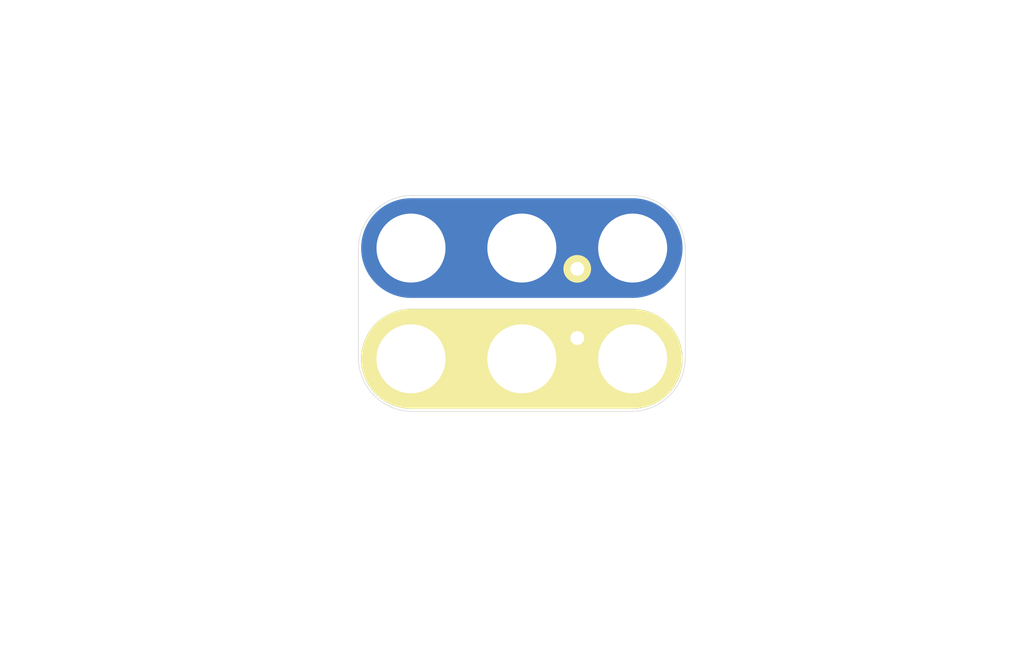
<source format=kicad_pcb>
(kicad_pcb (version 4) (host pcbnew 4.0.5-e0-6337~49~ubuntu16.04.1)

  (general
    (links 0)
    (no_connects 0)
    (area 104.572999 74.854999 178.510001 123.265001)
    (thickness 1.6)
    (drawings 17)
    (tracks 0)
    (zones 0)
    (modules 1)
    (nets 1)
  )

  (page USLetter)
  (title_block
    (title "2x3 Magnet-compatible 5mm-pitch Module")
    (date "13 Jan 2017")
    (rev 1.0)
    (company "CERN Open Hardware License v1.2.")
    (comment 1 help@browndoggadgets.com)
    (comment 2 http://browndoggadgets.com/)
    (comment 3 "Brown Dog Gadgets")
  )

  (layers
    (0 F.Cu signal)
    (31 B.Cu signal)
    (34 B.Paste user)
    (35 F.Paste user)
    (36 B.SilkS user)
    (37 F.SilkS user)
    (38 B.Mask user)
    (39 F.Mask user)
    (40 Dwgs.User user)
    (44 Edge.Cuts user)
    (46 B.CrtYd user)
    (47 F.CrtYd user)
    (48 B.Fab user)
    (49 F.Fab user)
  )

  (setup
    (last_trace_width 0.254)
    (user_trace_width 0.1524)
    (user_trace_width 0.254)
    (user_trace_width 0.3302)
    (user_trace_width 0.508)
    (user_trace_width 0.762)
    (user_trace_width 1.27)
    (trace_clearance 0.254)
    (zone_clearance 0.508)
    (zone_45_only no)
    (trace_min 0.1524)
    (segment_width 0.1524)
    (edge_width 0.1524)
    (via_size 0.6858)
    (via_drill 0.3302)
    (via_min_size 0.6858)
    (via_min_drill 0.3302)
    (user_via 0.6858 0.3302)
    (user_via 0.762 0.4064)
    (user_via 0.8636 0.508)
    (uvia_size 0.6858)
    (uvia_drill 0.3302)
    (uvias_allowed no)
    (uvia_min_size 0)
    (uvia_min_drill 0)
    (pcb_text_width 0.1524)
    (pcb_text_size 1.016 1.016)
    (mod_edge_width 0.1524)
    (mod_text_size 1.016 1.016)
    (mod_text_width 0.1524)
    (pad_size 1.524 1.524)
    (pad_drill 0.762)
    (pad_to_mask_clearance 0.0762)
    (solder_mask_min_width 0.1016)
    (pad_to_paste_clearance -0.0762)
    (aux_axis_origin 0 0)
    (visible_elements FFFEDF7D)
    (pcbplotparams
      (layerselection 0x310fc_80000001)
      (usegerberextensions true)
      (excludeedgelayer true)
      (linewidth 0.100000)
      (plotframeref false)
      (viasonmask false)
      (mode 1)
      (useauxorigin false)
      (hpglpennumber 1)
      (hpglpenspeed 20)
      (hpglpendiameter 15)
      (hpglpenoverlay 2)
      (psnegative false)
      (psa4output false)
      (plotreference true)
      (plotvalue true)
      (plotinvisibletext false)
      (padsonsilk false)
      (subtractmaskfromsilk false)
      (outputformat 1)
      (mirror false)
      (drillshape 0)
      (scaleselection 1)
      (outputdirectory gerbers))
  )

  (net 0 "")

  (net_class Default "This is the default net class."
    (clearance 0.254)
    (trace_width 0.254)
    (via_dia 0.6858)
    (via_drill 0.3302)
    (uvia_dia 0.6858)
    (uvia_drill 0.3302)
  )

  (module Crazy_Circuits:GENERIC-5MM-TH-2x3 (layer F.Cu) (tedit 587F277D) (tstamp 5879771E)
    (at 142.24 100.7745)
    (descr "10mm LED 5mm pitch through hole center polarized")
    (fp_text reference LED (at -4 -5) (layer B.SilkS) hide
      (effects (font (size 1 1) (thickness 0.15)) (justify mirror))
    )
    (fp_text value Val** (at 4 -4) (layer F.Fab) hide
      (effects (font (size 1 1) (thickness 0.15)))
    )
    (fp_text user %R (at 0 -3.99) (layer F.Fab)
      (effects (font (size 1 1) (thickness 0.15)))
    )
    (fp_line (start 8 -8) (end -8 -8) (layer B.Mask) (width 7.2))
    (fp_line (start 8 -8) (end -8 -8) (layer B.Cu) (width 7.2))
    (fp_line (start 8 0) (end -8 0) (layer B.Mask) (width 7.2))
    (fp_line (start 8 0) (end -8 0) (layer B.Cu) (width 7.2))
    (fp_line (start 7.9 -11.8) (end -7.9 -11.8) (layer Edge.Cuts) (width 0.04064))
    (fp_line (start 7.9 3.8) (end -7.9 3.8) (layer Edge.Cuts) (width 0.04064))
    (fp_line (start 11.8 -0.1) (end 11.8 -7.9) (layer Edge.Cuts) (width 0.04064))
    (fp_line (start -11.8 -0.1) (end -11.8 -7.9) (layer Edge.Cuts) (width 0.04064))
    (fp_arc (start 7.9 -7.9) (end 7.9 -11.8) (angle 90) (layer Edge.Cuts) (width 0.04064))
    (fp_arc (start 7.9 -0.1) (end 11.8 -0.1) (angle 90) (layer Edge.Cuts) (width 0.04064))
    (fp_arc (start -7.9 -0.1) (end -7.9 3.8) (angle 90) (layer Edge.Cuts) (width 0.04064))
    (fp_arc (start -7.9 -7.9) (end -11.8 -7.9) (angle 90) (layer Edge.Cuts) (width 0.04064))
    (fp_line (start 7.9 -11.8) (end -7.9 -11.8) (layer F.Fab) (width 0.04064))
    (fp_line (start 7.9 3.8) (end -7.9 3.8) (layer F.Fab) (width 0.04064))
    (fp_line (start 11.8 -0.1) (end 11.8 -7.9) (layer F.Fab) (width 0.04064))
    (fp_line (start -11.8 -0.1) (end -11.8 -7.9) (layer F.Fab) (width 0.04064))
    (fp_arc (start 7.9 -7.9) (end 7.9 -11.8) (angle 90) (layer F.Fab) (width 0.04064))
    (fp_arc (start 7.9 -0.1) (end 11.8 -0.1) (angle 90) (layer F.Fab) (width 0.04064))
    (fp_arc (start -7.9 -0.1) (end -7.9 3.8) (angle 90) (layer F.Fab) (width 0.04064))
    (fp_arc (start -7.9 -7.9) (end -11.8 -7.9) (angle 90) (layer F.Fab) (width 0.04064))
    (fp_line (start 8 0) (end -8 0) (layer F.SilkS) (width 7.2))
    (pad + thru_hole circle (at 4 -6.5) (size 2 2) (drill 1.00076) (layers *.Cu *.Mask F.SilkS))
    (pad - thru_hole circle (at 4 -1.5 270) (size 1.9 1.9) (drill 1.00076) (layers *.Cu *.Mask F.SilkS))
    (pad - thru_hole circle (at -8 0) (size 6 6) (drill 4.98) (layers *.Cu *.Mask))
    (pad + thru_hole circle (at -8 -8) (size 6 6) (drill 4.98) (layers *.Cu *.Mask))
    (pad + thru_hole circle (at 8 -8) (size 6 6) (drill 4.98) (layers *.Cu *.Mask))
    (pad - thru_hole circle (at 8 0) (size 6 6) (drill 4.98) (layers *.Cu *.Mask))
    (pad + thru_hole circle (at 0 -8) (size 6 6) (drill 4.98) (layers *.Cu *.Mask))
    (pad - thru_hole circle (at 0 0) (size 6 6) (drill 4.98) (layers *.Cu *.Mask))
  )

  (gr_circle (center 117.348 76.962) (end 118.618 76.962) (layer Dwgs.User) (width 0.15))
  (gr_line (start 114.427 78.994) (end 114.427 74.93) (angle 90) (layer Dwgs.User) (width 0.15))
  (gr_line (start 120.269 78.994) (end 114.427 78.994) (angle 90) (layer Dwgs.User) (width 0.15))
  (gr_line (start 120.269 74.93) (end 120.269 78.994) (angle 90) (layer Dwgs.User) (width 0.15))
  (gr_line (start 114.427 74.93) (end 120.269 74.93) (angle 90) (layer Dwgs.User) (width 0.15))
  (gr_line (start 120.523 93.98) (end 104.648 93.98) (angle 90) (layer Dwgs.User) (width 0.15))
  (gr_line (start 173.355 102.235) (end 173.355 94.615) (angle 90) (layer Dwgs.User) (width 0.15))
  (gr_line (start 178.435 102.235) (end 173.355 102.235) (angle 90) (layer Dwgs.User) (width 0.15))
  (gr_line (start 178.435 94.615) (end 178.435 102.235) (angle 90) (layer Dwgs.User) (width 0.15))
  (gr_line (start 173.355 94.615) (end 178.435 94.615) (angle 90) (layer Dwgs.User) (width 0.15))
  (gr_line (start 109.093 123.19) (end 109.093 114.3) (angle 90) (layer Dwgs.User) (width 0.15))
  (gr_line (start 122.428 123.19) (end 109.093 123.19) (angle 90) (layer Dwgs.User) (width 0.15))
  (gr_line (start 122.428 114.3) (end 122.428 123.19) (angle 90) (layer Dwgs.User) (width 0.15))
  (gr_line (start 109.093 114.3) (end 122.428 114.3) (angle 90) (layer Dwgs.User) (width 0.15))
  (gr_line (start 104.648 93.98) (end 104.648 82.55) (angle 90) (layer Dwgs.User) (width 0.15))
  (gr_line (start 120.523 82.55) (end 120.523 93.98) (angle 90) (layer Dwgs.User) (width 0.15))
  (gr_line (start 104.648 82.55) (end 120.523 82.55) (angle 90) (layer Dwgs.User) (width 0.15))

)

</source>
